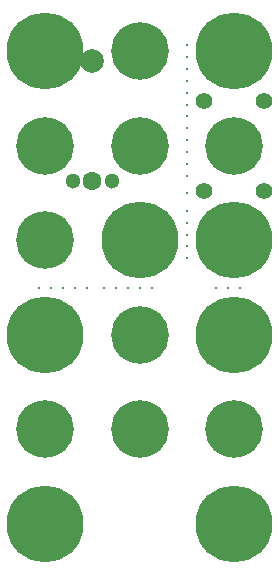
<source format=gbs>
G04 #@! TF.FileFunction,Soldermask,Bot*
%FSLAX46Y46*%
G04 Gerber Fmt 4.6, Leading zero omitted, Abs format (unit mm)*
G04 Created by KiCad (PCBNEW (2015-08-15 BZR 6092)-product) date 2/28/2016 9:25:34 PM*
%MOMM*%
G01*
G04 APERTURE LIST*
%ADD10C,0.100000*%
%ADD11C,0.330200*%
%ADD12C,6.500000*%
%ADD13C,1.300000*%
%ADD14C,1.600000*%
%ADD15C,2.000000*%
%ADD16C,4.876800*%
%ADD17C,1.397000*%
G04 APERTURE END LIST*
D10*
D11*
X160000000Y-68516000D03*
X160000000Y-66484000D03*
X160000000Y-67500000D03*
D12*
X164000000Y-104000000D03*
X164000000Y-88000000D03*
D11*
X160000000Y-79516000D03*
X160000000Y-77484000D03*
X160000000Y-78500000D03*
D13*
X153650000Y-75000000D03*
D14*
X152000000Y-75000000D03*
D13*
X150350000Y-75000000D03*
D15*
X152000000Y-64800000D03*
D16*
X148000000Y-80000000D03*
X156000000Y-64000000D03*
D11*
X160000000Y-80484000D03*
X160000000Y-81500000D03*
X160000000Y-74516000D03*
X160000000Y-72484000D03*
X160000000Y-73500000D03*
X160000000Y-71516000D03*
X160000000Y-69484000D03*
X160000000Y-70500000D03*
X160000000Y-65516000D03*
X160000000Y-63484000D03*
X160000000Y-64500000D03*
X148516000Y-84000000D03*
X147500000Y-84000000D03*
X149484000Y-84000000D03*
X151516000Y-84000000D03*
X150500000Y-84000000D03*
X152984000Y-84000000D03*
X155016000Y-84000000D03*
X154000000Y-84000000D03*
D16*
X148000000Y-72000000D03*
X164000000Y-72000000D03*
X156000000Y-72000000D03*
X148000000Y-96000000D03*
X164000000Y-96000000D03*
D12*
X164000000Y-64000000D03*
X148000000Y-64000000D03*
X164000000Y-80000000D03*
X156000000Y-80000000D03*
D16*
X156000000Y-88000000D03*
X156000000Y-96000000D03*
D12*
X148000000Y-88000000D03*
X148000000Y-104000000D03*
D17*
X166540000Y-75810000D03*
X161460000Y-75810000D03*
X166540000Y-68190000D03*
X161460000Y-68190000D03*
D11*
X160000000Y-76000000D03*
X157016000Y-84000000D03*
X156000000Y-84000000D03*
X162484000Y-84000000D03*
X164516000Y-84000000D03*
X163500000Y-84000000D03*
M02*

</source>
